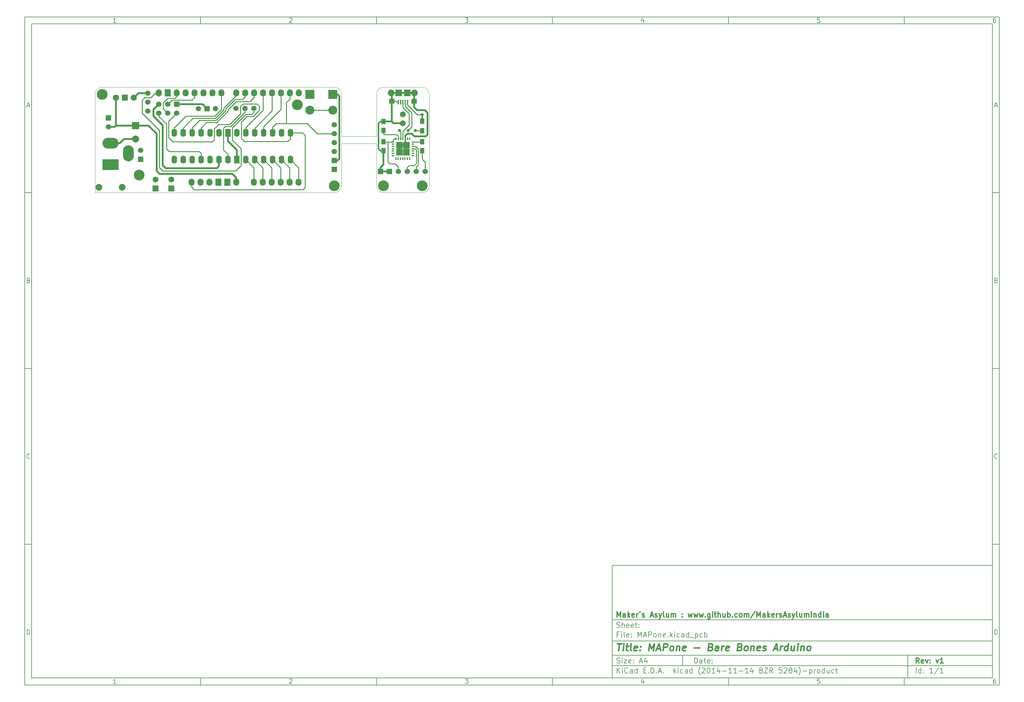
<source format=gbr>
G04 #@! TF.FileFunction,Copper,L1,Top,Signal*
%FSLAX46Y46*%
G04 Gerber Fmt 4.6, Leading zero omitted, Abs format (unit mm)*
G04 Created by KiCad (PCBNEW (2014-11-14 BZR 5284)-product) date Mon Dec  1 14:26:38 2014*
%MOMM*%
G01*
G04 APERTURE LIST*
%ADD10C,0.100000*%
%ADD11C,0.150000*%
%ADD12C,0.300000*%
%ADD13C,0.400000*%
%ADD14C,1.778000*%
%ADD15R,1.778000X1.778000*%
%ADD16R,2.540000X2.540000*%
%ADD17C,2.540000*%
%ADD18C,3.048000*%
%ADD19R,4.572000X3.048000*%
%ADD20O,4.572000X3.048000*%
%ADD21O,3.048000X4.572000*%
%ADD22C,1.524000*%
%ADD23R,1.524000X1.524000*%
%ADD24O,1.727200X2.032000*%
%ADD25R,1.727200X2.032000*%
%ADD26C,1.676400*%
%ADD27R,1.676400X1.676400*%
%ADD28O,1.574800X2.286000*%
%ADD29R,1.574800X2.286000*%
%ADD30C,1.905000*%
%ADD31C,1.501140*%
%ADD32R,1.501140X1.501140*%
%ADD33C,1.998980*%
%ADD34R,1.998980X1.998980*%
%ADD35R,1.250000X1.500000*%
%ADD36R,0.406400X1.371600*%
%ADD37R,1.600200X1.422400*%
%ADD38R,1.905000X1.905000*%
%ADD39R,1.300000X1.500000*%
%ADD40R,0.350520X0.800100*%
%ADD41R,0.800100X0.350520*%
%ADD42R,1.899920X1.899920*%
%ADD43C,0.900000*%
%ADD44C,0.500000*%
%ADD45C,0.250000*%
G04 APERTURE END LIST*
D10*
D11*
X177002200Y-166007200D02*
X177002200Y-198007200D01*
X285002200Y-198007200D01*
X285002200Y-166007200D01*
X177002200Y-166007200D01*
D10*
D11*
X10000000Y-10000000D02*
X10000000Y-200007200D01*
X287002200Y-200007200D01*
X287002200Y-10000000D01*
X10000000Y-10000000D01*
D10*
D11*
X12000000Y-12000000D02*
X12000000Y-198007200D01*
X285002200Y-198007200D01*
X285002200Y-12000000D01*
X12000000Y-12000000D01*
D10*
D11*
X60000000Y-12000000D02*
X60000000Y-10000000D01*
D10*
D11*
X110000000Y-12000000D02*
X110000000Y-10000000D01*
D10*
D11*
X160000000Y-12000000D02*
X160000000Y-10000000D01*
D10*
D11*
X210000000Y-12000000D02*
X210000000Y-10000000D01*
D10*
D11*
X260000000Y-12000000D02*
X260000000Y-10000000D01*
D10*
D11*
X35990476Y-11588095D02*
X35247619Y-11588095D01*
X35619048Y-11588095D02*
X35619048Y-10288095D01*
X35495238Y-10473810D01*
X35371429Y-10597619D01*
X35247619Y-10659524D01*
D10*
D11*
X85247619Y-10411905D02*
X85309524Y-10350000D01*
X85433333Y-10288095D01*
X85742857Y-10288095D01*
X85866667Y-10350000D01*
X85928571Y-10411905D01*
X85990476Y-10535714D01*
X85990476Y-10659524D01*
X85928571Y-10845238D01*
X85185714Y-11588095D01*
X85990476Y-11588095D01*
D10*
D11*
X135185714Y-10288095D02*
X135990476Y-10288095D01*
X135557143Y-10783333D01*
X135742857Y-10783333D01*
X135866667Y-10845238D01*
X135928571Y-10907143D01*
X135990476Y-11030952D01*
X135990476Y-11340476D01*
X135928571Y-11464286D01*
X135866667Y-11526190D01*
X135742857Y-11588095D01*
X135371429Y-11588095D01*
X135247619Y-11526190D01*
X135185714Y-11464286D01*
D10*
D11*
X185866667Y-10721429D02*
X185866667Y-11588095D01*
X185557143Y-10226190D02*
X185247619Y-11154762D01*
X186052381Y-11154762D01*
D10*
D11*
X235928571Y-10288095D02*
X235309524Y-10288095D01*
X235247619Y-10907143D01*
X235309524Y-10845238D01*
X235433333Y-10783333D01*
X235742857Y-10783333D01*
X235866667Y-10845238D01*
X235928571Y-10907143D01*
X235990476Y-11030952D01*
X235990476Y-11340476D01*
X235928571Y-11464286D01*
X235866667Y-11526190D01*
X235742857Y-11588095D01*
X235433333Y-11588095D01*
X235309524Y-11526190D01*
X235247619Y-11464286D01*
D10*
D11*
X285866667Y-10288095D02*
X285619048Y-10288095D01*
X285495238Y-10350000D01*
X285433333Y-10411905D01*
X285309524Y-10597619D01*
X285247619Y-10845238D01*
X285247619Y-11340476D01*
X285309524Y-11464286D01*
X285371429Y-11526190D01*
X285495238Y-11588095D01*
X285742857Y-11588095D01*
X285866667Y-11526190D01*
X285928571Y-11464286D01*
X285990476Y-11340476D01*
X285990476Y-11030952D01*
X285928571Y-10907143D01*
X285866667Y-10845238D01*
X285742857Y-10783333D01*
X285495238Y-10783333D01*
X285371429Y-10845238D01*
X285309524Y-10907143D01*
X285247619Y-11030952D01*
D10*
D11*
X60000000Y-198007200D02*
X60000000Y-200007200D01*
D10*
D11*
X110000000Y-198007200D02*
X110000000Y-200007200D01*
D10*
D11*
X160000000Y-198007200D02*
X160000000Y-200007200D01*
D10*
D11*
X210000000Y-198007200D02*
X210000000Y-200007200D01*
D10*
D11*
X260000000Y-198007200D02*
X260000000Y-200007200D01*
D10*
D11*
X35990476Y-199595295D02*
X35247619Y-199595295D01*
X35619048Y-199595295D02*
X35619048Y-198295295D01*
X35495238Y-198481010D01*
X35371429Y-198604819D01*
X35247619Y-198666724D01*
D10*
D11*
X85247619Y-198419105D02*
X85309524Y-198357200D01*
X85433333Y-198295295D01*
X85742857Y-198295295D01*
X85866667Y-198357200D01*
X85928571Y-198419105D01*
X85990476Y-198542914D01*
X85990476Y-198666724D01*
X85928571Y-198852438D01*
X85185714Y-199595295D01*
X85990476Y-199595295D01*
D10*
D11*
X135185714Y-198295295D02*
X135990476Y-198295295D01*
X135557143Y-198790533D01*
X135742857Y-198790533D01*
X135866667Y-198852438D01*
X135928571Y-198914343D01*
X135990476Y-199038152D01*
X135990476Y-199347676D01*
X135928571Y-199471486D01*
X135866667Y-199533390D01*
X135742857Y-199595295D01*
X135371429Y-199595295D01*
X135247619Y-199533390D01*
X135185714Y-199471486D01*
D10*
D11*
X185866667Y-198728629D02*
X185866667Y-199595295D01*
X185557143Y-198233390D02*
X185247619Y-199161962D01*
X186052381Y-199161962D01*
D10*
D11*
X235928571Y-198295295D02*
X235309524Y-198295295D01*
X235247619Y-198914343D01*
X235309524Y-198852438D01*
X235433333Y-198790533D01*
X235742857Y-198790533D01*
X235866667Y-198852438D01*
X235928571Y-198914343D01*
X235990476Y-199038152D01*
X235990476Y-199347676D01*
X235928571Y-199471486D01*
X235866667Y-199533390D01*
X235742857Y-199595295D01*
X235433333Y-199595295D01*
X235309524Y-199533390D01*
X235247619Y-199471486D01*
D10*
D11*
X285866667Y-198295295D02*
X285619048Y-198295295D01*
X285495238Y-198357200D01*
X285433333Y-198419105D01*
X285309524Y-198604819D01*
X285247619Y-198852438D01*
X285247619Y-199347676D01*
X285309524Y-199471486D01*
X285371429Y-199533390D01*
X285495238Y-199595295D01*
X285742857Y-199595295D01*
X285866667Y-199533390D01*
X285928571Y-199471486D01*
X285990476Y-199347676D01*
X285990476Y-199038152D01*
X285928571Y-198914343D01*
X285866667Y-198852438D01*
X285742857Y-198790533D01*
X285495238Y-198790533D01*
X285371429Y-198852438D01*
X285309524Y-198914343D01*
X285247619Y-199038152D01*
D10*
D11*
X10000000Y-60000000D02*
X12000000Y-60000000D01*
D10*
D11*
X10000000Y-110000000D02*
X12000000Y-110000000D01*
D10*
D11*
X10000000Y-160000000D02*
X12000000Y-160000000D01*
D10*
D11*
X10690476Y-35216667D02*
X11309524Y-35216667D01*
X10566667Y-35588095D02*
X11000000Y-34288095D01*
X11433333Y-35588095D01*
D10*
D11*
X11092857Y-84907143D02*
X11278571Y-84969048D01*
X11340476Y-85030952D01*
X11402381Y-85154762D01*
X11402381Y-85340476D01*
X11340476Y-85464286D01*
X11278571Y-85526190D01*
X11154762Y-85588095D01*
X10659524Y-85588095D01*
X10659524Y-84288095D01*
X11092857Y-84288095D01*
X11216667Y-84350000D01*
X11278571Y-84411905D01*
X11340476Y-84535714D01*
X11340476Y-84659524D01*
X11278571Y-84783333D01*
X11216667Y-84845238D01*
X11092857Y-84907143D01*
X10659524Y-84907143D01*
D10*
D11*
X11402381Y-135464286D02*
X11340476Y-135526190D01*
X11154762Y-135588095D01*
X11030952Y-135588095D01*
X10845238Y-135526190D01*
X10721429Y-135402381D01*
X10659524Y-135278571D01*
X10597619Y-135030952D01*
X10597619Y-134845238D01*
X10659524Y-134597619D01*
X10721429Y-134473810D01*
X10845238Y-134350000D01*
X11030952Y-134288095D01*
X11154762Y-134288095D01*
X11340476Y-134350000D01*
X11402381Y-134411905D01*
D10*
D11*
X10659524Y-185588095D02*
X10659524Y-184288095D01*
X10969048Y-184288095D01*
X11154762Y-184350000D01*
X11278571Y-184473810D01*
X11340476Y-184597619D01*
X11402381Y-184845238D01*
X11402381Y-185030952D01*
X11340476Y-185278571D01*
X11278571Y-185402381D01*
X11154762Y-185526190D01*
X10969048Y-185588095D01*
X10659524Y-185588095D01*
D10*
D11*
X287002200Y-60000000D02*
X285002200Y-60000000D01*
D10*
D11*
X287002200Y-110000000D02*
X285002200Y-110000000D01*
D10*
D11*
X287002200Y-160000000D02*
X285002200Y-160000000D01*
D10*
D11*
X285692676Y-35216667D02*
X286311724Y-35216667D01*
X285568867Y-35588095D02*
X286002200Y-34288095D01*
X286435533Y-35588095D01*
D10*
D11*
X286095057Y-84907143D02*
X286280771Y-84969048D01*
X286342676Y-85030952D01*
X286404581Y-85154762D01*
X286404581Y-85340476D01*
X286342676Y-85464286D01*
X286280771Y-85526190D01*
X286156962Y-85588095D01*
X285661724Y-85588095D01*
X285661724Y-84288095D01*
X286095057Y-84288095D01*
X286218867Y-84350000D01*
X286280771Y-84411905D01*
X286342676Y-84535714D01*
X286342676Y-84659524D01*
X286280771Y-84783333D01*
X286218867Y-84845238D01*
X286095057Y-84907143D01*
X285661724Y-84907143D01*
D10*
D11*
X286404581Y-135464286D02*
X286342676Y-135526190D01*
X286156962Y-135588095D01*
X286033152Y-135588095D01*
X285847438Y-135526190D01*
X285723629Y-135402381D01*
X285661724Y-135278571D01*
X285599819Y-135030952D01*
X285599819Y-134845238D01*
X285661724Y-134597619D01*
X285723629Y-134473810D01*
X285847438Y-134350000D01*
X286033152Y-134288095D01*
X286156962Y-134288095D01*
X286342676Y-134350000D01*
X286404581Y-134411905D01*
D10*
D11*
X285661724Y-185588095D02*
X285661724Y-184288095D01*
X285971248Y-184288095D01*
X286156962Y-184350000D01*
X286280771Y-184473810D01*
X286342676Y-184597619D01*
X286404581Y-184845238D01*
X286404581Y-185030952D01*
X286342676Y-185278571D01*
X286280771Y-185402381D01*
X286156962Y-185526190D01*
X285971248Y-185588095D01*
X285661724Y-185588095D01*
D10*
D11*
X200359343Y-193785771D02*
X200359343Y-192285771D01*
X200716486Y-192285771D01*
X200930771Y-192357200D01*
X201073629Y-192500057D01*
X201145057Y-192642914D01*
X201216486Y-192928629D01*
X201216486Y-193142914D01*
X201145057Y-193428629D01*
X201073629Y-193571486D01*
X200930771Y-193714343D01*
X200716486Y-193785771D01*
X200359343Y-193785771D01*
X202502200Y-193785771D02*
X202502200Y-193000057D01*
X202430771Y-192857200D01*
X202287914Y-192785771D01*
X202002200Y-192785771D01*
X201859343Y-192857200D01*
X202502200Y-193714343D02*
X202359343Y-193785771D01*
X202002200Y-193785771D01*
X201859343Y-193714343D01*
X201787914Y-193571486D01*
X201787914Y-193428629D01*
X201859343Y-193285771D01*
X202002200Y-193214343D01*
X202359343Y-193214343D01*
X202502200Y-193142914D01*
X203002200Y-192785771D02*
X203573629Y-192785771D01*
X203216486Y-192285771D02*
X203216486Y-193571486D01*
X203287914Y-193714343D01*
X203430772Y-193785771D01*
X203573629Y-193785771D01*
X204645057Y-193714343D02*
X204502200Y-193785771D01*
X204216486Y-193785771D01*
X204073629Y-193714343D01*
X204002200Y-193571486D01*
X204002200Y-193000057D01*
X204073629Y-192857200D01*
X204216486Y-192785771D01*
X204502200Y-192785771D01*
X204645057Y-192857200D01*
X204716486Y-193000057D01*
X204716486Y-193142914D01*
X204002200Y-193285771D01*
X205359343Y-193642914D02*
X205430771Y-193714343D01*
X205359343Y-193785771D01*
X205287914Y-193714343D01*
X205359343Y-193642914D01*
X205359343Y-193785771D01*
X205359343Y-192857200D02*
X205430771Y-192928629D01*
X205359343Y-193000057D01*
X205287914Y-192928629D01*
X205359343Y-192857200D01*
X205359343Y-193000057D01*
D10*
D11*
X177002200Y-194507200D02*
X285002200Y-194507200D01*
D10*
D11*
X178359343Y-196585771D02*
X178359343Y-195085771D01*
X179216486Y-196585771D02*
X178573629Y-195728629D01*
X179216486Y-195085771D02*
X178359343Y-195942914D01*
X179859343Y-196585771D02*
X179859343Y-195585771D01*
X179859343Y-195085771D02*
X179787914Y-195157200D01*
X179859343Y-195228629D01*
X179930771Y-195157200D01*
X179859343Y-195085771D01*
X179859343Y-195228629D01*
X181430772Y-196442914D02*
X181359343Y-196514343D01*
X181145057Y-196585771D01*
X181002200Y-196585771D01*
X180787915Y-196514343D01*
X180645057Y-196371486D01*
X180573629Y-196228629D01*
X180502200Y-195942914D01*
X180502200Y-195728629D01*
X180573629Y-195442914D01*
X180645057Y-195300057D01*
X180787915Y-195157200D01*
X181002200Y-195085771D01*
X181145057Y-195085771D01*
X181359343Y-195157200D01*
X181430772Y-195228629D01*
X182716486Y-196585771D02*
X182716486Y-195800057D01*
X182645057Y-195657200D01*
X182502200Y-195585771D01*
X182216486Y-195585771D01*
X182073629Y-195657200D01*
X182716486Y-196514343D02*
X182573629Y-196585771D01*
X182216486Y-196585771D01*
X182073629Y-196514343D01*
X182002200Y-196371486D01*
X182002200Y-196228629D01*
X182073629Y-196085771D01*
X182216486Y-196014343D01*
X182573629Y-196014343D01*
X182716486Y-195942914D01*
X184073629Y-196585771D02*
X184073629Y-195085771D01*
X184073629Y-196514343D02*
X183930772Y-196585771D01*
X183645058Y-196585771D01*
X183502200Y-196514343D01*
X183430772Y-196442914D01*
X183359343Y-196300057D01*
X183359343Y-195871486D01*
X183430772Y-195728629D01*
X183502200Y-195657200D01*
X183645058Y-195585771D01*
X183930772Y-195585771D01*
X184073629Y-195657200D01*
X185930772Y-195800057D02*
X186430772Y-195800057D01*
X186645058Y-196585771D02*
X185930772Y-196585771D01*
X185930772Y-195085771D01*
X186645058Y-195085771D01*
X187287915Y-196442914D02*
X187359343Y-196514343D01*
X187287915Y-196585771D01*
X187216486Y-196514343D01*
X187287915Y-196442914D01*
X187287915Y-196585771D01*
X188002201Y-196585771D02*
X188002201Y-195085771D01*
X188359344Y-195085771D01*
X188573629Y-195157200D01*
X188716487Y-195300057D01*
X188787915Y-195442914D01*
X188859344Y-195728629D01*
X188859344Y-195942914D01*
X188787915Y-196228629D01*
X188716487Y-196371486D01*
X188573629Y-196514343D01*
X188359344Y-196585771D01*
X188002201Y-196585771D01*
X189502201Y-196442914D02*
X189573629Y-196514343D01*
X189502201Y-196585771D01*
X189430772Y-196514343D01*
X189502201Y-196442914D01*
X189502201Y-196585771D01*
X190145058Y-196157200D02*
X190859344Y-196157200D01*
X190002201Y-196585771D02*
X190502201Y-195085771D01*
X191002201Y-196585771D01*
X191502201Y-196442914D02*
X191573629Y-196514343D01*
X191502201Y-196585771D01*
X191430772Y-196514343D01*
X191502201Y-196442914D01*
X191502201Y-196585771D01*
X194502201Y-196585771D02*
X194502201Y-195085771D01*
X194645058Y-196014343D02*
X195073629Y-196585771D01*
X195073629Y-195585771D02*
X194502201Y-196157200D01*
X195716487Y-196585771D02*
X195716487Y-195585771D01*
X195716487Y-195085771D02*
X195645058Y-195157200D01*
X195716487Y-195228629D01*
X195787915Y-195157200D01*
X195716487Y-195085771D01*
X195716487Y-195228629D01*
X197073630Y-196514343D02*
X196930773Y-196585771D01*
X196645059Y-196585771D01*
X196502201Y-196514343D01*
X196430773Y-196442914D01*
X196359344Y-196300057D01*
X196359344Y-195871486D01*
X196430773Y-195728629D01*
X196502201Y-195657200D01*
X196645059Y-195585771D01*
X196930773Y-195585771D01*
X197073630Y-195657200D01*
X198359344Y-196585771D02*
X198359344Y-195800057D01*
X198287915Y-195657200D01*
X198145058Y-195585771D01*
X197859344Y-195585771D01*
X197716487Y-195657200D01*
X198359344Y-196514343D02*
X198216487Y-196585771D01*
X197859344Y-196585771D01*
X197716487Y-196514343D01*
X197645058Y-196371486D01*
X197645058Y-196228629D01*
X197716487Y-196085771D01*
X197859344Y-196014343D01*
X198216487Y-196014343D01*
X198359344Y-195942914D01*
X199716487Y-196585771D02*
X199716487Y-195085771D01*
X199716487Y-196514343D02*
X199573630Y-196585771D01*
X199287916Y-196585771D01*
X199145058Y-196514343D01*
X199073630Y-196442914D01*
X199002201Y-196300057D01*
X199002201Y-195871486D01*
X199073630Y-195728629D01*
X199145058Y-195657200D01*
X199287916Y-195585771D01*
X199573630Y-195585771D01*
X199716487Y-195657200D01*
X202002201Y-197157200D02*
X201930773Y-197085771D01*
X201787916Y-196871486D01*
X201716487Y-196728629D01*
X201645058Y-196514343D01*
X201573630Y-196157200D01*
X201573630Y-195871486D01*
X201645058Y-195514343D01*
X201716487Y-195300057D01*
X201787916Y-195157200D01*
X201930773Y-194942914D01*
X202002201Y-194871486D01*
X202502201Y-195228629D02*
X202573630Y-195157200D01*
X202716487Y-195085771D01*
X203073630Y-195085771D01*
X203216487Y-195157200D01*
X203287916Y-195228629D01*
X203359344Y-195371486D01*
X203359344Y-195514343D01*
X203287916Y-195728629D01*
X202430773Y-196585771D01*
X203359344Y-196585771D01*
X204287915Y-195085771D02*
X204430772Y-195085771D01*
X204573629Y-195157200D01*
X204645058Y-195228629D01*
X204716487Y-195371486D01*
X204787915Y-195657200D01*
X204787915Y-196014343D01*
X204716487Y-196300057D01*
X204645058Y-196442914D01*
X204573629Y-196514343D01*
X204430772Y-196585771D01*
X204287915Y-196585771D01*
X204145058Y-196514343D01*
X204073629Y-196442914D01*
X204002201Y-196300057D01*
X203930772Y-196014343D01*
X203930772Y-195657200D01*
X204002201Y-195371486D01*
X204073629Y-195228629D01*
X204145058Y-195157200D01*
X204287915Y-195085771D01*
X206216486Y-196585771D02*
X205359343Y-196585771D01*
X205787915Y-196585771D02*
X205787915Y-195085771D01*
X205645058Y-195300057D01*
X205502200Y-195442914D01*
X205359343Y-195514343D01*
X207502200Y-195585771D02*
X207502200Y-196585771D01*
X207145057Y-195014343D02*
X206787914Y-196085771D01*
X207716486Y-196085771D01*
X208287914Y-196014343D02*
X209430771Y-196014343D01*
X210930771Y-196585771D02*
X210073628Y-196585771D01*
X210502200Y-196585771D02*
X210502200Y-195085771D01*
X210359343Y-195300057D01*
X210216485Y-195442914D01*
X210073628Y-195514343D01*
X212359342Y-196585771D02*
X211502199Y-196585771D01*
X211930771Y-196585771D02*
X211930771Y-195085771D01*
X211787914Y-195300057D01*
X211645056Y-195442914D01*
X211502199Y-195514343D01*
X213002199Y-196014343D02*
X214145056Y-196014343D01*
X215645056Y-196585771D02*
X214787913Y-196585771D01*
X215216485Y-196585771D02*
X215216485Y-195085771D01*
X215073628Y-195300057D01*
X214930770Y-195442914D01*
X214787913Y-195514343D01*
X216930770Y-195585771D02*
X216930770Y-196585771D01*
X216573627Y-195014343D02*
X216216484Y-196085771D01*
X217145056Y-196085771D01*
X219359341Y-195800057D02*
X219573627Y-195871486D01*
X219645055Y-195942914D01*
X219716484Y-196085771D01*
X219716484Y-196300057D01*
X219645055Y-196442914D01*
X219573627Y-196514343D01*
X219430769Y-196585771D01*
X218859341Y-196585771D01*
X218859341Y-195085771D01*
X219359341Y-195085771D01*
X219502198Y-195157200D01*
X219573627Y-195228629D01*
X219645055Y-195371486D01*
X219645055Y-195514343D01*
X219573627Y-195657200D01*
X219502198Y-195728629D01*
X219359341Y-195800057D01*
X218859341Y-195800057D01*
X220216484Y-195085771D02*
X221216484Y-195085771D01*
X220216484Y-196585771D01*
X221216484Y-196585771D01*
X222645055Y-196585771D02*
X222145055Y-195871486D01*
X221787912Y-196585771D02*
X221787912Y-195085771D01*
X222359340Y-195085771D01*
X222502198Y-195157200D01*
X222573626Y-195228629D01*
X222645055Y-195371486D01*
X222645055Y-195585771D01*
X222573626Y-195728629D01*
X222502198Y-195800057D01*
X222359340Y-195871486D01*
X221787912Y-195871486D01*
X225145055Y-195085771D02*
X224430769Y-195085771D01*
X224359340Y-195800057D01*
X224430769Y-195728629D01*
X224573626Y-195657200D01*
X224930769Y-195657200D01*
X225073626Y-195728629D01*
X225145055Y-195800057D01*
X225216483Y-195942914D01*
X225216483Y-196300057D01*
X225145055Y-196442914D01*
X225073626Y-196514343D01*
X224930769Y-196585771D01*
X224573626Y-196585771D01*
X224430769Y-196514343D01*
X224359340Y-196442914D01*
X225787911Y-195228629D02*
X225859340Y-195157200D01*
X226002197Y-195085771D01*
X226359340Y-195085771D01*
X226502197Y-195157200D01*
X226573626Y-195228629D01*
X226645054Y-195371486D01*
X226645054Y-195514343D01*
X226573626Y-195728629D01*
X225716483Y-196585771D01*
X226645054Y-196585771D01*
X227502197Y-195728629D02*
X227359339Y-195657200D01*
X227287911Y-195585771D01*
X227216482Y-195442914D01*
X227216482Y-195371486D01*
X227287911Y-195228629D01*
X227359339Y-195157200D01*
X227502197Y-195085771D01*
X227787911Y-195085771D01*
X227930768Y-195157200D01*
X228002197Y-195228629D01*
X228073625Y-195371486D01*
X228073625Y-195442914D01*
X228002197Y-195585771D01*
X227930768Y-195657200D01*
X227787911Y-195728629D01*
X227502197Y-195728629D01*
X227359339Y-195800057D01*
X227287911Y-195871486D01*
X227216482Y-196014343D01*
X227216482Y-196300057D01*
X227287911Y-196442914D01*
X227359339Y-196514343D01*
X227502197Y-196585771D01*
X227787911Y-196585771D01*
X227930768Y-196514343D01*
X228002197Y-196442914D01*
X228073625Y-196300057D01*
X228073625Y-196014343D01*
X228002197Y-195871486D01*
X227930768Y-195800057D01*
X227787911Y-195728629D01*
X229359339Y-195585771D02*
X229359339Y-196585771D01*
X229002196Y-195014343D02*
X228645053Y-196085771D01*
X229573625Y-196085771D01*
X230002196Y-197157200D02*
X230073624Y-197085771D01*
X230216481Y-196871486D01*
X230287910Y-196728629D01*
X230359339Y-196514343D01*
X230430767Y-196157200D01*
X230430767Y-195871486D01*
X230359339Y-195514343D01*
X230287910Y-195300057D01*
X230216481Y-195157200D01*
X230073624Y-194942914D01*
X230002196Y-194871486D01*
X231145053Y-196014343D02*
X232287910Y-196014343D01*
X233002196Y-195585771D02*
X233002196Y-197085771D01*
X233002196Y-195657200D02*
X233145053Y-195585771D01*
X233430767Y-195585771D01*
X233573624Y-195657200D01*
X233645053Y-195728629D01*
X233716482Y-195871486D01*
X233716482Y-196300057D01*
X233645053Y-196442914D01*
X233573624Y-196514343D01*
X233430767Y-196585771D01*
X233145053Y-196585771D01*
X233002196Y-196514343D01*
X234359339Y-196585771D02*
X234359339Y-195585771D01*
X234359339Y-195871486D02*
X234430767Y-195728629D01*
X234502196Y-195657200D01*
X234645053Y-195585771D01*
X234787910Y-195585771D01*
X235502196Y-196585771D02*
X235359338Y-196514343D01*
X235287910Y-196442914D01*
X235216481Y-196300057D01*
X235216481Y-195871486D01*
X235287910Y-195728629D01*
X235359338Y-195657200D01*
X235502196Y-195585771D01*
X235716481Y-195585771D01*
X235859338Y-195657200D01*
X235930767Y-195728629D01*
X236002196Y-195871486D01*
X236002196Y-196300057D01*
X235930767Y-196442914D01*
X235859338Y-196514343D01*
X235716481Y-196585771D01*
X235502196Y-196585771D01*
X237287910Y-196585771D02*
X237287910Y-195085771D01*
X237287910Y-196514343D02*
X237145053Y-196585771D01*
X236859339Y-196585771D01*
X236716481Y-196514343D01*
X236645053Y-196442914D01*
X236573624Y-196300057D01*
X236573624Y-195871486D01*
X236645053Y-195728629D01*
X236716481Y-195657200D01*
X236859339Y-195585771D01*
X237145053Y-195585771D01*
X237287910Y-195657200D01*
X238645053Y-195585771D02*
X238645053Y-196585771D01*
X238002196Y-195585771D02*
X238002196Y-196371486D01*
X238073624Y-196514343D01*
X238216482Y-196585771D01*
X238430767Y-196585771D01*
X238573624Y-196514343D01*
X238645053Y-196442914D01*
X240002196Y-196514343D02*
X239859339Y-196585771D01*
X239573625Y-196585771D01*
X239430767Y-196514343D01*
X239359339Y-196442914D01*
X239287910Y-196300057D01*
X239287910Y-195871486D01*
X239359339Y-195728629D01*
X239430767Y-195657200D01*
X239573625Y-195585771D01*
X239859339Y-195585771D01*
X240002196Y-195657200D01*
X240430767Y-195585771D02*
X241002196Y-195585771D01*
X240645053Y-195085771D02*
X240645053Y-196371486D01*
X240716481Y-196514343D01*
X240859339Y-196585771D01*
X241002196Y-196585771D01*
D10*
D11*
X177002200Y-191507200D02*
X285002200Y-191507200D01*
D10*
D12*
X264216486Y-193785771D02*
X263716486Y-193071486D01*
X263359343Y-193785771D02*
X263359343Y-192285771D01*
X263930771Y-192285771D01*
X264073629Y-192357200D01*
X264145057Y-192428629D01*
X264216486Y-192571486D01*
X264216486Y-192785771D01*
X264145057Y-192928629D01*
X264073629Y-193000057D01*
X263930771Y-193071486D01*
X263359343Y-193071486D01*
X265430771Y-193714343D02*
X265287914Y-193785771D01*
X265002200Y-193785771D01*
X264859343Y-193714343D01*
X264787914Y-193571486D01*
X264787914Y-193000057D01*
X264859343Y-192857200D01*
X265002200Y-192785771D01*
X265287914Y-192785771D01*
X265430771Y-192857200D01*
X265502200Y-193000057D01*
X265502200Y-193142914D01*
X264787914Y-193285771D01*
X266002200Y-192785771D02*
X266359343Y-193785771D01*
X266716485Y-192785771D01*
X267287914Y-193642914D02*
X267359342Y-193714343D01*
X267287914Y-193785771D01*
X267216485Y-193714343D01*
X267287914Y-193642914D01*
X267287914Y-193785771D01*
X267287914Y-192857200D02*
X267359342Y-192928629D01*
X267287914Y-193000057D01*
X267216485Y-192928629D01*
X267287914Y-192857200D01*
X267287914Y-193000057D01*
X269002200Y-192785771D02*
X269359343Y-193785771D01*
X269716485Y-192785771D01*
X271073628Y-193785771D02*
X270216485Y-193785771D01*
X270645057Y-193785771D02*
X270645057Y-192285771D01*
X270502200Y-192500057D01*
X270359342Y-192642914D01*
X270216485Y-192714343D01*
D10*
D11*
X178287914Y-193714343D02*
X178502200Y-193785771D01*
X178859343Y-193785771D01*
X179002200Y-193714343D01*
X179073629Y-193642914D01*
X179145057Y-193500057D01*
X179145057Y-193357200D01*
X179073629Y-193214343D01*
X179002200Y-193142914D01*
X178859343Y-193071486D01*
X178573629Y-193000057D01*
X178430771Y-192928629D01*
X178359343Y-192857200D01*
X178287914Y-192714343D01*
X178287914Y-192571486D01*
X178359343Y-192428629D01*
X178430771Y-192357200D01*
X178573629Y-192285771D01*
X178930771Y-192285771D01*
X179145057Y-192357200D01*
X179787914Y-193785771D02*
X179787914Y-192785771D01*
X179787914Y-192285771D02*
X179716485Y-192357200D01*
X179787914Y-192428629D01*
X179859342Y-192357200D01*
X179787914Y-192285771D01*
X179787914Y-192428629D01*
X180359343Y-192785771D02*
X181145057Y-192785771D01*
X180359343Y-193785771D01*
X181145057Y-193785771D01*
X182287914Y-193714343D02*
X182145057Y-193785771D01*
X181859343Y-193785771D01*
X181716486Y-193714343D01*
X181645057Y-193571486D01*
X181645057Y-193000057D01*
X181716486Y-192857200D01*
X181859343Y-192785771D01*
X182145057Y-192785771D01*
X182287914Y-192857200D01*
X182359343Y-193000057D01*
X182359343Y-193142914D01*
X181645057Y-193285771D01*
X183002200Y-193642914D02*
X183073628Y-193714343D01*
X183002200Y-193785771D01*
X182930771Y-193714343D01*
X183002200Y-193642914D01*
X183002200Y-193785771D01*
X183002200Y-192857200D02*
X183073628Y-192928629D01*
X183002200Y-193000057D01*
X182930771Y-192928629D01*
X183002200Y-192857200D01*
X183002200Y-193000057D01*
X184787914Y-193357200D02*
X185502200Y-193357200D01*
X184645057Y-193785771D02*
X185145057Y-192285771D01*
X185645057Y-193785771D01*
X186787914Y-192785771D02*
X186787914Y-193785771D01*
X186430771Y-192214343D02*
X186073628Y-193285771D01*
X187002200Y-193285771D01*
D10*
D11*
X263359343Y-196585771D02*
X263359343Y-195085771D01*
X264716486Y-196585771D02*
X264716486Y-195085771D01*
X264716486Y-196514343D02*
X264573629Y-196585771D01*
X264287915Y-196585771D01*
X264145057Y-196514343D01*
X264073629Y-196442914D01*
X264002200Y-196300057D01*
X264002200Y-195871486D01*
X264073629Y-195728629D01*
X264145057Y-195657200D01*
X264287915Y-195585771D01*
X264573629Y-195585771D01*
X264716486Y-195657200D01*
X265430772Y-196442914D02*
X265502200Y-196514343D01*
X265430772Y-196585771D01*
X265359343Y-196514343D01*
X265430772Y-196442914D01*
X265430772Y-196585771D01*
X265430772Y-195657200D02*
X265502200Y-195728629D01*
X265430772Y-195800057D01*
X265359343Y-195728629D01*
X265430772Y-195657200D01*
X265430772Y-195800057D01*
X268073629Y-196585771D02*
X267216486Y-196585771D01*
X267645058Y-196585771D02*
X267645058Y-195085771D01*
X267502201Y-195300057D01*
X267359343Y-195442914D01*
X267216486Y-195514343D01*
X269787914Y-195014343D02*
X268502200Y-196942914D01*
X271073629Y-196585771D02*
X270216486Y-196585771D01*
X270645058Y-196585771D02*
X270645058Y-195085771D01*
X270502201Y-195300057D01*
X270359343Y-195442914D01*
X270216486Y-195514343D01*
D10*
D11*
X177002200Y-187507200D02*
X285002200Y-187507200D01*
D10*
D13*
X178454581Y-188211962D02*
X179597438Y-188211962D01*
X178776010Y-190211962D02*
X179026010Y-188211962D01*
X180014105Y-190211962D02*
X180180771Y-188878629D01*
X180264105Y-188211962D02*
X180156962Y-188307200D01*
X180240295Y-188402438D01*
X180347439Y-188307200D01*
X180264105Y-188211962D01*
X180240295Y-188402438D01*
X180847438Y-188878629D02*
X181609343Y-188878629D01*
X181216486Y-188211962D02*
X181002200Y-189926248D01*
X181073630Y-190116724D01*
X181252201Y-190211962D01*
X181442677Y-190211962D01*
X182395058Y-190211962D02*
X182216487Y-190116724D01*
X182145057Y-189926248D01*
X182359343Y-188211962D01*
X183930772Y-190116724D02*
X183728391Y-190211962D01*
X183347439Y-190211962D01*
X183168867Y-190116724D01*
X183097438Y-189926248D01*
X183192676Y-189164343D01*
X183311724Y-188973867D01*
X183514105Y-188878629D01*
X183895057Y-188878629D01*
X184073629Y-188973867D01*
X184145057Y-189164343D01*
X184121248Y-189354819D01*
X183145057Y-189545295D01*
X184895057Y-190021486D02*
X184978392Y-190116724D01*
X184871248Y-190211962D01*
X184787915Y-190116724D01*
X184895057Y-190021486D01*
X184871248Y-190211962D01*
X185026010Y-188973867D02*
X185109344Y-189069105D01*
X185002200Y-189164343D01*
X184918867Y-189069105D01*
X185026010Y-188973867D01*
X185002200Y-189164343D01*
X187347439Y-190211962D02*
X187597439Y-188211962D01*
X188085534Y-189640533D01*
X188930773Y-188211962D01*
X188680773Y-190211962D01*
X189609343Y-189640533D02*
X190561724Y-189640533D01*
X189347439Y-190211962D02*
X190264106Y-188211962D01*
X190680773Y-190211962D01*
X191347439Y-190211962D02*
X191597439Y-188211962D01*
X192359344Y-188211962D01*
X192537915Y-188307200D01*
X192621249Y-188402438D01*
X192692678Y-188592914D01*
X192656963Y-188878629D01*
X192537916Y-189069105D01*
X192430772Y-189164343D01*
X192228391Y-189259581D01*
X191466486Y-189259581D01*
X193633154Y-190211962D02*
X193454583Y-190116724D01*
X193371248Y-190021486D01*
X193299820Y-189831010D01*
X193371248Y-189259581D01*
X193490296Y-189069105D01*
X193597440Y-188973867D01*
X193799820Y-188878629D01*
X194085534Y-188878629D01*
X194264106Y-188973867D01*
X194347439Y-189069105D01*
X194418867Y-189259581D01*
X194347439Y-189831010D01*
X194228391Y-190021486D01*
X194121249Y-190116724D01*
X193918868Y-190211962D01*
X193633154Y-190211962D01*
X195323629Y-188878629D02*
X195156963Y-190211962D01*
X195299820Y-189069105D02*
X195406964Y-188973867D01*
X195609344Y-188878629D01*
X195895058Y-188878629D01*
X196073630Y-188973867D01*
X196145058Y-189164343D01*
X196014106Y-190211962D01*
X197740297Y-190116724D02*
X197537916Y-190211962D01*
X197156964Y-190211962D01*
X196978392Y-190116724D01*
X196906963Y-189926248D01*
X197002201Y-189164343D01*
X197121249Y-188973867D01*
X197323630Y-188878629D01*
X197704582Y-188878629D01*
X197883154Y-188973867D01*
X197954582Y-189164343D01*
X197930773Y-189354819D01*
X196954582Y-189545295D01*
X200299821Y-189450057D02*
X201823631Y-189450057D01*
X205002202Y-189164343D02*
X205276011Y-189259581D01*
X205359346Y-189354819D01*
X205430774Y-189545295D01*
X205395060Y-189831010D01*
X205276012Y-190021486D01*
X205168869Y-190116724D01*
X204966488Y-190211962D01*
X204204583Y-190211962D01*
X204454583Y-188211962D01*
X205121250Y-188211962D01*
X205299821Y-188307200D01*
X205383154Y-188402438D01*
X205454584Y-188592914D01*
X205430774Y-188783390D01*
X205311726Y-188973867D01*
X205204583Y-189069105D01*
X205002202Y-189164343D01*
X204335535Y-189164343D01*
X207061726Y-190211962D02*
X207192678Y-189164343D01*
X207121250Y-188973867D01*
X206942678Y-188878629D01*
X206561726Y-188878629D01*
X206359345Y-188973867D01*
X207073631Y-190116724D02*
X206871250Y-190211962D01*
X206395060Y-190211962D01*
X206216488Y-190116724D01*
X206145059Y-189926248D01*
X206168869Y-189735771D01*
X206287916Y-189545295D01*
X206490298Y-189450057D01*
X206966488Y-189450057D01*
X207168869Y-189354819D01*
X208014107Y-190211962D02*
X208180773Y-188878629D01*
X208133154Y-189259581D02*
X208252203Y-189069105D01*
X208359346Y-188973867D01*
X208561726Y-188878629D01*
X208752202Y-188878629D01*
X210026012Y-190116724D02*
X209823631Y-190211962D01*
X209442679Y-190211962D01*
X209264107Y-190116724D01*
X209192678Y-189926248D01*
X209287916Y-189164343D01*
X209406964Y-188973867D01*
X209609345Y-188878629D01*
X209990297Y-188878629D01*
X210168869Y-188973867D01*
X210240297Y-189164343D01*
X210216488Y-189354819D01*
X209240297Y-189545295D01*
X213287917Y-189164343D02*
X213561726Y-189259581D01*
X213645061Y-189354819D01*
X213716489Y-189545295D01*
X213680775Y-189831010D01*
X213561727Y-190021486D01*
X213454584Y-190116724D01*
X213252203Y-190211962D01*
X212490298Y-190211962D01*
X212740298Y-188211962D01*
X213406965Y-188211962D01*
X213585536Y-188307200D01*
X213668869Y-188402438D01*
X213740299Y-188592914D01*
X213716489Y-188783390D01*
X213597441Y-188973867D01*
X213490298Y-189069105D01*
X213287917Y-189164343D01*
X212621250Y-189164343D01*
X214776013Y-190211962D02*
X214597442Y-190116724D01*
X214514107Y-190021486D01*
X214442679Y-189831010D01*
X214514107Y-189259581D01*
X214633155Y-189069105D01*
X214740299Y-188973867D01*
X214942679Y-188878629D01*
X215228393Y-188878629D01*
X215406965Y-188973867D01*
X215490298Y-189069105D01*
X215561726Y-189259581D01*
X215490298Y-189831010D01*
X215371250Y-190021486D01*
X215264108Y-190116724D01*
X215061727Y-190211962D01*
X214776013Y-190211962D01*
X216466488Y-188878629D02*
X216299822Y-190211962D01*
X216442679Y-189069105D02*
X216549823Y-188973867D01*
X216752203Y-188878629D01*
X217037917Y-188878629D01*
X217216489Y-188973867D01*
X217287917Y-189164343D01*
X217156965Y-190211962D01*
X218883156Y-190116724D02*
X218680775Y-190211962D01*
X218299823Y-190211962D01*
X218121251Y-190116724D01*
X218049822Y-189926248D01*
X218145060Y-189164343D01*
X218264108Y-188973867D01*
X218466489Y-188878629D01*
X218847441Y-188878629D01*
X219026013Y-188973867D01*
X219097441Y-189164343D01*
X219073632Y-189354819D01*
X218097441Y-189545295D01*
X219740299Y-190116724D02*
X219918871Y-190211962D01*
X220299823Y-190211962D01*
X220502204Y-190116724D01*
X220621251Y-189926248D01*
X220633156Y-189831010D01*
X220561727Y-189640533D01*
X220383156Y-189545295D01*
X220097442Y-189545295D01*
X219918870Y-189450057D01*
X219847441Y-189259581D01*
X219859346Y-189164343D01*
X219978394Y-188973867D01*
X220180775Y-188878629D01*
X220466489Y-188878629D01*
X220645061Y-188973867D01*
X222942680Y-189640533D02*
X223895061Y-189640533D01*
X222680776Y-190211962D02*
X223597443Y-188211962D01*
X224014110Y-190211962D01*
X224680776Y-190211962D02*
X224847442Y-188878629D01*
X224799823Y-189259581D02*
X224918872Y-189069105D01*
X225026015Y-188973867D01*
X225228395Y-188878629D01*
X225418871Y-188878629D01*
X226776014Y-190211962D02*
X227026014Y-188211962D01*
X226787919Y-190116724D02*
X226585538Y-190211962D01*
X226204586Y-190211962D01*
X226026015Y-190116724D01*
X225942680Y-190021486D01*
X225871252Y-189831010D01*
X225942680Y-189259581D01*
X226061728Y-189069105D01*
X226168872Y-188973867D01*
X226371252Y-188878629D01*
X226752204Y-188878629D01*
X226930776Y-188973867D01*
X228752204Y-188878629D02*
X228585538Y-190211962D01*
X227895061Y-188878629D02*
X227764109Y-189926248D01*
X227835539Y-190116724D01*
X228014110Y-190211962D01*
X228299824Y-190211962D01*
X228502205Y-190116724D01*
X228609347Y-190021486D01*
X229537919Y-190211962D02*
X229704585Y-188878629D01*
X229787919Y-188211962D02*
X229680776Y-188307200D01*
X229764109Y-188402438D01*
X229871253Y-188307200D01*
X229787919Y-188211962D01*
X229764109Y-188402438D01*
X230656966Y-188878629D02*
X230490300Y-190211962D01*
X230633157Y-189069105D02*
X230740301Y-188973867D01*
X230942681Y-188878629D01*
X231228395Y-188878629D01*
X231406967Y-188973867D01*
X231478395Y-189164343D01*
X231347443Y-190211962D01*
X232585539Y-190211962D02*
X232406968Y-190116724D01*
X232323633Y-190021486D01*
X232252205Y-189831010D01*
X232323633Y-189259581D01*
X232442681Y-189069105D01*
X232549825Y-188973867D01*
X232752205Y-188878629D01*
X233037919Y-188878629D01*
X233216491Y-188973867D01*
X233299824Y-189069105D01*
X233371252Y-189259581D01*
X233299824Y-189831010D01*
X233180776Y-190021486D01*
X233073634Y-190116724D01*
X232871253Y-190211962D01*
X232585539Y-190211962D01*
D10*
D11*
X178859343Y-185600057D02*
X178359343Y-185600057D01*
X178359343Y-186385771D02*
X178359343Y-184885771D01*
X179073629Y-184885771D01*
X179645057Y-186385771D02*
X179645057Y-185385771D01*
X179645057Y-184885771D02*
X179573628Y-184957200D01*
X179645057Y-185028629D01*
X179716485Y-184957200D01*
X179645057Y-184885771D01*
X179645057Y-185028629D01*
X180573629Y-186385771D02*
X180430771Y-186314343D01*
X180359343Y-186171486D01*
X180359343Y-184885771D01*
X181716485Y-186314343D02*
X181573628Y-186385771D01*
X181287914Y-186385771D01*
X181145057Y-186314343D01*
X181073628Y-186171486D01*
X181073628Y-185600057D01*
X181145057Y-185457200D01*
X181287914Y-185385771D01*
X181573628Y-185385771D01*
X181716485Y-185457200D01*
X181787914Y-185600057D01*
X181787914Y-185742914D01*
X181073628Y-185885771D01*
X182430771Y-186242914D02*
X182502199Y-186314343D01*
X182430771Y-186385771D01*
X182359342Y-186314343D01*
X182430771Y-186242914D01*
X182430771Y-186385771D01*
X182430771Y-185457200D02*
X182502199Y-185528629D01*
X182430771Y-185600057D01*
X182359342Y-185528629D01*
X182430771Y-185457200D01*
X182430771Y-185600057D01*
X184287914Y-186385771D02*
X184287914Y-184885771D01*
X184787914Y-185957200D01*
X185287914Y-184885771D01*
X185287914Y-186385771D01*
X185930771Y-185957200D02*
X186645057Y-185957200D01*
X185787914Y-186385771D02*
X186287914Y-184885771D01*
X186787914Y-186385771D01*
X187287914Y-186385771D02*
X187287914Y-184885771D01*
X187859342Y-184885771D01*
X188002200Y-184957200D01*
X188073628Y-185028629D01*
X188145057Y-185171486D01*
X188145057Y-185385771D01*
X188073628Y-185528629D01*
X188002200Y-185600057D01*
X187859342Y-185671486D01*
X187287914Y-185671486D01*
X189002200Y-186385771D02*
X188859342Y-186314343D01*
X188787914Y-186242914D01*
X188716485Y-186100057D01*
X188716485Y-185671486D01*
X188787914Y-185528629D01*
X188859342Y-185457200D01*
X189002200Y-185385771D01*
X189216485Y-185385771D01*
X189359342Y-185457200D01*
X189430771Y-185528629D01*
X189502200Y-185671486D01*
X189502200Y-186100057D01*
X189430771Y-186242914D01*
X189359342Y-186314343D01*
X189216485Y-186385771D01*
X189002200Y-186385771D01*
X190145057Y-185385771D02*
X190145057Y-186385771D01*
X190145057Y-185528629D02*
X190216485Y-185457200D01*
X190359343Y-185385771D01*
X190573628Y-185385771D01*
X190716485Y-185457200D01*
X190787914Y-185600057D01*
X190787914Y-186385771D01*
X192073628Y-186314343D02*
X191930771Y-186385771D01*
X191645057Y-186385771D01*
X191502200Y-186314343D01*
X191430771Y-186171486D01*
X191430771Y-185600057D01*
X191502200Y-185457200D01*
X191645057Y-185385771D01*
X191930771Y-185385771D01*
X192073628Y-185457200D01*
X192145057Y-185600057D01*
X192145057Y-185742914D01*
X191430771Y-185885771D01*
X192787914Y-186242914D02*
X192859342Y-186314343D01*
X192787914Y-186385771D01*
X192716485Y-186314343D01*
X192787914Y-186242914D01*
X192787914Y-186385771D01*
X193502200Y-186385771D02*
X193502200Y-184885771D01*
X193645057Y-185814343D02*
X194073628Y-186385771D01*
X194073628Y-185385771D02*
X193502200Y-185957200D01*
X194716486Y-186385771D02*
X194716486Y-185385771D01*
X194716486Y-184885771D02*
X194645057Y-184957200D01*
X194716486Y-185028629D01*
X194787914Y-184957200D01*
X194716486Y-184885771D01*
X194716486Y-185028629D01*
X196073629Y-186314343D02*
X195930772Y-186385771D01*
X195645058Y-186385771D01*
X195502200Y-186314343D01*
X195430772Y-186242914D01*
X195359343Y-186100057D01*
X195359343Y-185671486D01*
X195430772Y-185528629D01*
X195502200Y-185457200D01*
X195645058Y-185385771D01*
X195930772Y-185385771D01*
X196073629Y-185457200D01*
X197359343Y-186385771D02*
X197359343Y-185600057D01*
X197287914Y-185457200D01*
X197145057Y-185385771D01*
X196859343Y-185385771D01*
X196716486Y-185457200D01*
X197359343Y-186314343D02*
X197216486Y-186385771D01*
X196859343Y-186385771D01*
X196716486Y-186314343D01*
X196645057Y-186171486D01*
X196645057Y-186028629D01*
X196716486Y-185885771D01*
X196859343Y-185814343D01*
X197216486Y-185814343D01*
X197359343Y-185742914D01*
X198716486Y-186385771D02*
X198716486Y-184885771D01*
X198716486Y-186314343D02*
X198573629Y-186385771D01*
X198287915Y-186385771D01*
X198145057Y-186314343D01*
X198073629Y-186242914D01*
X198002200Y-186100057D01*
X198002200Y-185671486D01*
X198073629Y-185528629D01*
X198145057Y-185457200D01*
X198287915Y-185385771D01*
X198573629Y-185385771D01*
X198716486Y-185457200D01*
X199073629Y-186528629D02*
X200216486Y-186528629D01*
X200573629Y-185385771D02*
X200573629Y-186885771D01*
X200573629Y-185457200D02*
X200716486Y-185385771D01*
X201002200Y-185385771D01*
X201145057Y-185457200D01*
X201216486Y-185528629D01*
X201287915Y-185671486D01*
X201287915Y-186100057D01*
X201216486Y-186242914D01*
X201145057Y-186314343D01*
X201002200Y-186385771D01*
X200716486Y-186385771D01*
X200573629Y-186314343D01*
X202573629Y-186314343D02*
X202430772Y-186385771D01*
X202145058Y-186385771D01*
X202002200Y-186314343D01*
X201930772Y-186242914D01*
X201859343Y-186100057D01*
X201859343Y-185671486D01*
X201930772Y-185528629D01*
X202002200Y-185457200D01*
X202145058Y-185385771D01*
X202430772Y-185385771D01*
X202573629Y-185457200D01*
X203216486Y-186385771D02*
X203216486Y-184885771D01*
X203216486Y-185457200D02*
X203359343Y-185385771D01*
X203645057Y-185385771D01*
X203787914Y-185457200D01*
X203859343Y-185528629D01*
X203930772Y-185671486D01*
X203930772Y-186100057D01*
X203859343Y-186242914D01*
X203787914Y-186314343D01*
X203645057Y-186385771D01*
X203359343Y-186385771D01*
X203216486Y-186314343D01*
D10*
D11*
X177002200Y-181507200D02*
X285002200Y-181507200D01*
D10*
D11*
X178287914Y-183614343D02*
X178502200Y-183685771D01*
X178859343Y-183685771D01*
X179002200Y-183614343D01*
X179073629Y-183542914D01*
X179145057Y-183400057D01*
X179145057Y-183257200D01*
X179073629Y-183114343D01*
X179002200Y-183042914D01*
X178859343Y-182971486D01*
X178573629Y-182900057D01*
X178430771Y-182828629D01*
X178359343Y-182757200D01*
X178287914Y-182614343D01*
X178287914Y-182471486D01*
X178359343Y-182328629D01*
X178430771Y-182257200D01*
X178573629Y-182185771D01*
X178930771Y-182185771D01*
X179145057Y-182257200D01*
X179787914Y-183685771D02*
X179787914Y-182185771D01*
X180430771Y-183685771D02*
X180430771Y-182900057D01*
X180359342Y-182757200D01*
X180216485Y-182685771D01*
X180002200Y-182685771D01*
X179859342Y-182757200D01*
X179787914Y-182828629D01*
X181716485Y-183614343D02*
X181573628Y-183685771D01*
X181287914Y-183685771D01*
X181145057Y-183614343D01*
X181073628Y-183471486D01*
X181073628Y-182900057D01*
X181145057Y-182757200D01*
X181287914Y-182685771D01*
X181573628Y-182685771D01*
X181716485Y-182757200D01*
X181787914Y-182900057D01*
X181787914Y-183042914D01*
X181073628Y-183185771D01*
X183002199Y-183614343D02*
X182859342Y-183685771D01*
X182573628Y-183685771D01*
X182430771Y-183614343D01*
X182359342Y-183471486D01*
X182359342Y-182900057D01*
X182430771Y-182757200D01*
X182573628Y-182685771D01*
X182859342Y-182685771D01*
X183002199Y-182757200D01*
X183073628Y-182900057D01*
X183073628Y-183042914D01*
X182359342Y-183185771D01*
X183502199Y-182685771D02*
X184073628Y-182685771D01*
X183716485Y-182185771D02*
X183716485Y-183471486D01*
X183787913Y-183614343D01*
X183930771Y-183685771D01*
X184073628Y-183685771D01*
X184573628Y-183542914D02*
X184645056Y-183614343D01*
X184573628Y-183685771D01*
X184502199Y-183614343D01*
X184573628Y-183542914D01*
X184573628Y-183685771D01*
X184573628Y-182757200D02*
X184645056Y-182828629D01*
X184573628Y-182900057D01*
X184502199Y-182828629D01*
X184573628Y-182757200D01*
X184573628Y-182900057D01*
D10*
D12*
X178359343Y-180685771D02*
X178359343Y-179185771D01*
X178859343Y-180257200D01*
X179359343Y-179185771D01*
X179359343Y-180685771D01*
X180716486Y-180685771D02*
X180716486Y-179900057D01*
X180645057Y-179757200D01*
X180502200Y-179685771D01*
X180216486Y-179685771D01*
X180073629Y-179757200D01*
X180716486Y-180614343D02*
X180573629Y-180685771D01*
X180216486Y-180685771D01*
X180073629Y-180614343D01*
X180002200Y-180471486D01*
X180002200Y-180328629D01*
X180073629Y-180185771D01*
X180216486Y-180114343D01*
X180573629Y-180114343D01*
X180716486Y-180042914D01*
X181430772Y-180685771D02*
X181430772Y-179185771D01*
X181573629Y-180114343D02*
X182002200Y-180685771D01*
X182002200Y-179685771D02*
X181430772Y-180257200D01*
X183216486Y-180614343D02*
X183073629Y-180685771D01*
X182787915Y-180685771D01*
X182645058Y-180614343D01*
X182573629Y-180471486D01*
X182573629Y-179900057D01*
X182645058Y-179757200D01*
X182787915Y-179685771D01*
X183073629Y-179685771D01*
X183216486Y-179757200D01*
X183287915Y-179900057D01*
X183287915Y-180042914D01*
X182573629Y-180185771D01*
X183930772Y-180685771D02*
X183930772Y-179685771D01*
X183930772Y-179971486D02*
X184002200Y-179828629D01*
X184073629Y-179757200D01*
X184216486Y-179685771D01*
X184359343Y-179685771D01*
X184930771Y-179185771D02*
X184787914Y-179471486D01*
X185502200Y-180614343D02*
X185645057Y-180685771D01*
X185930772Y-180685771D01*
X186073629Y-180614343D01*
X186145057Y-180471486D01*
X186145057Y-180400057D01*
X186073629Y-180257200D01*
X185930772Y-180185771D01*
X185716486Y-180185771D01*
X185573629Y-180114343D01*
X185502200Y-179971486D01*
X185502200Y-179900057D01*
X185573629Y-179757200D01*
X185716486Y-179685771D01*
X185930772Y-179685771D01*
X186073629Y-179757200D01*
X187859343Y-180257200D02*
X188573629Y-180257200D01*
X187716486Y-180685771D02*
X188216486Y-179185771D01*
X188716486Y-180685771D01*
X189145057Y-180614343D02*
X189287914Y-180685771D01*
X189573629Y-180685771D01*
X189716486Y-180614343D01*
X189787914Y-180471486D01*
X189787914Y-180400057D01*
X189716486Y-180257200D01*
X189573629Y-180185771D01*
X189359343Y-180185771D01*
X189216486Y-180114343D01*
X189145057Y-179971486D01*
X189145057Y-179900057D01*
X189216486Y-179757200D01*
X189359343Y-179685771D01*
X189573629Y-179685771D01*
X189716486Y-179757200D01*
X190287915Y-179685771D02*
X190645058Y-180685771D01*
X191002200Y-179685771D02*
X190645058Y-180685771D01*
X190502200Y-181042914D01*
X190430772Y-181114343D01*
X190287915Y-181185771D01*
X191787915Y-180685771D02*
X191645057Y-180614343D01*
X191573629Y-180471486D01*
X191573629Y-179185771D01*
X193002200Y-179685771D02*
X193002200Y-180685771D01*
X192359343Y-179685771D02*
X192359343Y-180471486D01*
X192430771Y-180614343D01*
X192573629Y-180685771D01*
X192787914Y-180685771D01*
X192930771Y-180614343D01*
X193002200Y-180542914D01*
X193716486Y-180685771D02*
X193716486Y-179685771D01*
X193716486Y-179828629D02*
X193787914Y-179757200D01*
X193930772Y-179685771D01*
X194145057Y-179685771D01*
X194287914Y-179757200D01*
X194359343Y-179900057D01*
X194359343Y-180685771D01*
X194359343Y-179900057D02*
X194430772Y-179757200D01*
X194573629Y-179685771D01*
X194787914Y-179685771D01*
X194930772Y-179757200D01*
X195002200Y-179900057D01*
X195002200Y-180685771D01*
X196859343Y-180542914D02*
X196930771Y-180614343D01*
X196859343Y-180685771D01*
X196787914Y-180614343D01*
X196859343Y-180542914D01*
X196859343Y-180685771D01*
X196859343Y-179757200D02*
X196930771Y-179828629D01*
X196859343Y-179900057D01*
X196787914Y-179828629D01*
X196859343Y-179757200D01*
X196859343Y-179900057D01*
X198573629Y-179685771D02*
X198859343Y-180685771D01*
X199145057Y-179971486D01*
X199430772Y-180685771D01*
X199716486Y-179685771D01*
X200145058Y-179685771D02*
X200430772Y-180685771D01*
X200716486Y-179971486D01*
X201002201Y-180685771D01*
X201287915Y-179685771D01*
X201716487Y-179685771D02*
X202002201Y-180685771D01*
X202287915Y-179971486D01*
X202573630Y-180685771D01*
X202859344Y-179685771D01*
X203430773Y-180542914D02*
X203502201Y-180614343D01*
X203430773Y-180685771D01*
X203359344Y-180614343D01*
X203430773Y-180542914D01*
X203430773Y-180685771D01*
X204787916Y-179685771D02*
X204787916Y-180900057D01*
X204716487Y-181042914D01*
X204645059Y-181114343D01*
X204502202Y-181185771D01*
X204287916Y-181185771D01*
X204145059Y-181114343D01*
X204787916Y-180614343D02*
X204645059Y-180685771D01*
X204359345Y-180685771D01*
X204216487Y-180614343D01*
X204145059Y-180542914D01*
X204073630Y-180400057D01*
X204073630Y-179971486D01*
X204145059Y-179828629D01*
X204216487Y-179757200D01*
X204359345Y-179685771D01*
X204645059Y-179685771D01*
X204787916Y-179757200D01*
X205502202Y-180685771D02*
X205502202Y-179685771D01*
X205502202Y-179185771D02*
X205430773Y-179257200D01*
X205502202Y-179328629D01*
X205573630Y-179257200D01*
X205502202Y-179185771D01*
X205502202Y-179328629D01*
X206002202Y-179685771D02*
X206573631Y-179685771D01*
X206216488Y-179185771D02*
X206216488Y-180471486D01*
X206287916Y-180614343D01*
X206430774Y-180685771D01*
X206573631Y-180685771D01*
X207073631Y-180685771D02*
X207073631Y-179185771D01*
X207716488Y-180685771D02*
X207716488Y-179900057D01*
X207645059Y-179757200D01*
X207502202Y-179685771D01*
X207287917Y-179685771D01*
X207145059Y-179757200D01*
X207073631Y-179828629D01*
X209073631Y-179685771D02*
X209073631Y-180685771D01*
X208430774Y-179685771D02*
X208430774Y-180471486D01*
X208502202Y-180614343D01*
X208645060Y-180685771D01*
X208859345Y-180685771D01*
X209002202Y-180614343D01*
X209073631Y-180542914D01*
X209787917Y-180685771D02*
X209787917Y-179185771D01*
X209787917Y-179757200D02*
X209930774Y-179685771D01*
X210216488Y-179685771D01*
X210359345Y-179757200D01*
X210430774Y-179828629D01*
X210502203Y-179971486D01*
X210502203Y-180400057D01*
X210430774Y-180542914D01*
X210359345Y-180614343D01*
X210216488Y-180685771D01*
X209930774Y-180685771D01*
X209787917Y-180614343D01*
X211145060Y-180542914D02*
X211216488Y-180614343D01*
X211145060Y-180685771D01*
X211073631Y-180614343D01*
X211145060Y-180542914D01*
X211145060Y-180685771D01*
X212502203Y-180614343D02*
X212359346Y-180685771D01*
X212073632Y-180685771D01*
X211930774Y-180614343D01*
X211859346Y-180542914D01*
X211787917Y-180400057D01*
X211787917Y-179971486D01*
X211859346Y-179828629D01*
X211930774Y-179757200D01*
X212073632Y-179685771D01*
X212359346Y-179685771D01*
X212502203Y-179757200D01*
X213359346Y-180685771D02*
X213216488Y-180614343D01*
X213145060Y-180542914D01*
X213073631Y-180400057D01*
X213073631Y-179971486D01*
X213145060Y-179828629D01*
X213216488Y-179757200D01*
X213359346Y-179685771D01*
X213573631Y-179685771D01*
X213716488Y-179757200D01*
X213787917Y-179828629D01*
X213859346Y-179971486D01*
X213859346Y-180400057D01*
X213787917Y-180542914D01*
X213716488Y-180614343D01*
X213573631Y-180685771D01*
X213359346Y-180685771D01*
X214502203Y-180685771D02*
X214502203Y-179685771D01*
X214502203Y-179828629D02*
X214573631Y-179757200D01*
X214716489Y-179685771D01*
X214930774Y-179685771D01*
X215073631Y-179757200D01*
X215145060Y-179900057D01*
X215145060Y-180685771D01*
X215145060Y-179900057D02*
X215216489Y-179757200D01*
X215359346Y-179685771D01*
X215573631Y-179685771D01*
X215716489Y-179757200D01*
X215787917Y-179900057D01*
X215787917Y-180685771D01*
X217573631Y-179114343D02*
X216287917Y-181042914D01*
X218073632Y-180685771D02*
X218073632Y-179185771D01*
X218573632Y-180257200D01*
X219073632Y-179185771D01*
X219073632Y-180685771D01*
X220430775Y-180685771D02*
X220430775Y-179900057D01*
X220359346Y-179757200D01*
X220216489Y-179685771D01*
X219930775Y-179685771D01*
X219787918Y-179757200D01*
X220430775Y-180614343D02*
X220287918Y-180685771D01*
X219930775Y-180685771D01*
X219787918Y-180614343D01*
X219716489Y-180471486D01*
X219716489Y-180328629D01*
X219787918Y-180185771D01*
X219930775Y-180114343D01*
X220287918Y-180114343D01*
X220430775Y-180042914D01*
X221145061Y-180685771D02*
X221145061Y-179185771D01*
X221287918Y-180114343D02*
X221716489Y-180685771D01*
X221716489Y-179685771D02*
X221145061Y-180257200D01*
X222930775Y-180614343D02*
X222787918Y-180685771D01*
X222502204Y-180685771D01*
X222359347Y-180614343D01*
X222287918Y-180471486D01*
X222287918Y-179900057D01*
X222359347Y-179757200D01*
X222502204Y-179685771D01*
X222787918Y-179685771D01*
X222930775Y-179757200D01*
X223002204Y-179900057D01*
X223002204Y-180042914D01*
X222287918Y-180185771D01*
X223645061Y-180685771D02*
X223645061Y-179685771D01*
X223645061Y-179971486D02*
X223716489Y-179828629D01*
X223787918Y-179757200D01*
X223930775Y-179685771D01*
X224073632Y-179685771D01*
X224502203Y-180614343D02*
X224645060Y-180685771D01*
X224930775Y-180685771D01*
X225073632Y-180614343D01*
X225145060Y-180471486D01*
X225145060Y-180400057D01*
X225073632Y-180257200D01*
X224930775Y-180185771D01*
X224716489Y-180185771D01*
X224573632Y-180114343D01*
X224502203Y-179971486D01*
X224502203Y-179900057D01*
X224573632Y-179757200D01*
X224716489Y-179685771D01*
X224930775Y-179685771D01*
X225073632Y-179757200D01*
X225716489Y-180257200D02*
X226430775Y-180257200D01*
X225573632Y-180685771D02*
X226073632Y-179185771D01*
X226573632Y-180685771D01*
X227002203Y-180614343D02*
X227145060Y-180685771D01*
X227430775Y-180685771D01*
X227573632Y-180614343D01*
X227645060Y-180471486D01*
X227645060Y-180400057D01*
X227573632Y-180257200D01*
X227430775Y-180185771D01*
X227216489Y-180185771D01*
X227073632Y-180114343D01*
X227002203Y-179971486D01*
X227002203Y-179900057D01*
X227073632Y-179757200D01*
X227216489Y-179685771D01*
X227430775Y-179685771D01*
X227573632Y-179757200D01*
X228145061Y-179685771D02*
X228502204Y-180685771D01*
X228859346Y-179685771D02*
X228502204Y-180685771D01*
X228359346Y-181042914D01*
X228287918Y-181114343D01*
X228145061Y-181185771D01*
X229645061Y-180685771D02*
X229502203Y-180614343D01*
X229430775Y-180471486D01*
X229430775Y-179185771D01*
X230859346Y-179685771D02*
X230859346Y-180685771D01*
X230216489Y-179685771D02*
X230216489Y-180471486D01*
X230287917Y-180614343D01*
X230430775Y-180685771D01*
X230645060Y-180685771D01*
X230787917Y-180614343D01*
X230859346Y-180542914D01*
X231573632Y-180685771D02*
X231573632Y-179685771D01*
X231573632Y-179828629D02*
X231645060Y-179757200D01*
X231787918Y-179685771D01*
X232002203Y-179685771D01*
X232145060Y-179757200D01*
X232216489Y-179900057D01*
X232216489Y-180685771D01*
X232216489Y-179900057D02*
X232287918Y-179757200D01*
X232430775Y-179685771D01*
X232645060Y-179685771D01*
X232787918Y-179757200D01*
X232859346Y-179900057D01*
X232859346Y-180685771D01*
X233573632Y-180685771D02*
X233573632Y-179185771D01*
X234287918Y-179685771D02*
X234287918Y-180685771D01*
X234287918Y-179828629D02*
X234359346Y-179757200D01*
X234502204Y-179685771D01*
X234716489Y-179685771D01*
X234859346Y-179757200D01*
X234930775Y-179900057D01*
X234930775Y-180685771D01*
X236287918Y-180685771D02*
X236287918Y-179185771D01*
X236287918Y-180614343D02*
X236145061Y-180685771D01*
X235859347Y-180685771D01*
X235716489Y-180614343D01*
X235645061Y-180542914D01*
X235573632Y-180400057D01*
X235573632Y-179971486D01*
X235645061Y-179828629D01*
X235716489Y-179757200D01*
X235859347Y-179685771D01*
X236145061Y-179685771D01*
X236287918Y-179757200D01*
X237002204Y-180685771D02*
X237002204Y-179685771D01*
X237002204Y-179185771D02*
X236930775Y-179257200D01*
X237002204Y-179328629D01*
X237073632Y-179257200D01*
X237002204Y-179185771D01*
X237002204Y-179328629D01*
X238359347Y-180685771D02*
X238359347Y-179900057D01*
X238287918Y-179757200D01*
X238145061Y-179685771D01*
X237859347Y-179685771D01*
X237716490Y-179757200D01*
X238359347Y-180614343D02*
X238216490Y-180685771D01*
X237859347Y-180685771D01*
X237716490Y-180614343D01*
X237645061Y-180471486D01*
X237645061Y-180328629D01*
X237716490Y-180185771D01*
X237859347Y-180114343D01*
X238216490Y-180114343D01*
X238359347Y-180042914D01*
D10*
D11*
X197002200Y-191507200D02*
X197002200Y-194507200D01*
D10*
D11*
X261002200Y-191507200D02*
X261002200Y-198007200D01*
D10*
X110000000Y-46000000D02*
X110000000Y-58000000D01*
X100000000Y-46000000D02*
X110000000Y-46000000D01*
X100000000Y-58000000D02*
X100000000Y-46000000D01*
X110000000Y-44000000D02*
X110000000Y-32000000D01*
X100000000Y-44000000D02*
X110000000Y-44000000D01*
X100000000Y-32000000D02*
X100000000Y-44000000D01*
X123000000Y-30000000D02*
X112000000Y-30000000D01*
X125000000Y-58000000D02*
X125000000Y-32000000D01*
X112000000Y-60000000D02*
X123000000Y-60000000D01*
X123000000Y-60000000D02*
G75*
G03X125000000Y-58000000I0J2000000D01*
G01*
X110000000Y-58000000D02*
G75*
G03X112000000Y-60000000I2000000J0D01*
G01*
X125000000Y-32000000D02*
G75*
G03X123000000Y-30000000I-2000000J0D01*
G01*
X112000000Y-30000000D02*
G75*
G03X110000000Y-32000000I0J-2000000D01*
G01*
X100000000Y-32000000D02*
G75*
G03X98000000Y-30000000I-2000000J0D01*
G01*
X98000000Y-60000000D02*
G75*
G03X100000000Y-58000000I0J2000000D01*
G01*
X32000000Y-30000000D02*
G75*
G03X30000000Y-32000000I0J-2000000D01*
G01*
X30000000Y-60000000D02*
X30000000Y-32000000D01*
X98000000Y-60000000D02*
X30000000Y-60000000D01*
X32000000Y-30000000D02*
X98000000Y-30000000D01*
D14*
X35960000Y-33000000D03*
D15*
X38500000Y-33000000D03*
D14*
X41040000Y-33000000D03*
D16*
X97550000Y-32050000D03*
D17*
X91050000Y-36550000D03*
X97550000Y-36550000D03*
D16*
X91050000Y-32050000D03*
D18*
X98000000Y-58000000D03*
X42500000Y-55000000D03*
D19*
X34400000Y-52000000D03*
D20*
X34400000Y-45904000D03*
D21*
X39480000Y-48825000D03*
D22*
X48160000Y-37370000D03*
X48160000Y-34830000D03*
X50700000Y-37370000D03*
X50700000Y-34830000D03*
X53240000Y-37370000D03*
D23*
X53240000Y-34830000D03*
D24*
X65890000Y-31600000D03*
X63350000Y-31600000D03*
X60810000Y-31600000D03*
X58270000Y-31600000D03*
X55730000Y-31600000D03*
X53190000Y-31600000D03*
D25*
X50650000Y-31600000D03*
D24*
X48110000Y-31600000D03*
X87890000Y-31600000D03*
X85350000Y-31600000D03*
X82810000Y-31600000D03*
X80270000Y-31600000D03*
X77730000Y-31600000D03*
X75190000Y-31600000D03*
X72650000Y-31600000D03*
X70110000Y-31600000D03*
X75150000Y-57000000D03*
X77690000Y-57000000D03*
X80230000Y-57000000D03*
X82770000Y-57000000D03*
X85310000Y-57000000D03*
X87850000Y-57000000D03*
X57450000Y-57000000D03*
X59990000Y-57000000D03*
X62530000Y-57000000D03*
D25*
X65070000Y-57000000D03*
X67610000Y-57000000D03*
D24*
X70150000Y-57000000D03*
D22*
X45000000Y-31710000D03*
X45000000Y-34250000D03*
X45000000Y-36790000D03*
D26*
X51700000Y-56230000D03*
D27*
X51700000Y-58770000D03*
D26*
X47200000Y-56230000D03*
D27*
X47200000Y-58770000D03*
D28*
X82970000Y-42990000D03*
X80430000Y-42990000D03*
X77890000Y-42990000D03*
X75350000Y-42990000D03*
X72810000Y-42990000D03*
X70270000Y-42990000D03*
D29*
X67730000Y-42990000D03*
D28*
X65190000Y-42990000D03*
X62650000Y-42990000D03*
X60110000Y-42990000D03*
X57570000Y-42990000D03*
X55030000Y-42990000D03*
X52490000Y-42990000D03*
X85510000Y-42990000D03*
X52490000Y-50610000D03*
X55030000Y-50610000D03*
X57570000Y-50610000D03*
X60110000Y-50610000D03*
X62650000Y-50610000D03*
X65190000Y-50610000D03*
X67730000Y-50610000D03*
D29*
X70270000Y-50610000D03*
D28*
X72810000Y-50610000D03*
X75350000Y-50610000D03*
X77890000Y-50610000D03*
X80430000Y-50610000D03*
X82970000Y-50610000D03*
X85510000Y-50610000D03*
D23*
X98000000Y-53350000D03*
X98000000Y-50810000D03*
D22*
X98000000Y-48270000D03*
X98000000Y-45730000D03*
X98000000Y-43190000D03*
X98000000Y-40650000D03*
D30*
X37702000Y-58467000D03*
X31098000Y-58467000D03*
D31*
X64240940Y-36100000D03*
X59359060Y-36100000D03*
D32*
X61800000Y-36100000D03*
D33*
X41500000Y-44750000D03*
D34*
X41500000Y-40940000D03*
D18*
X32000000Y-32000000D03*
X87500000Y-35000000D03*
D22*
X70060000Y-36000000D03*
X72600000Y-36000000D03*
X75140000Y-36000000D03*
D32*
X33800000Y-38760000D03*
D31*
X33800000Y-41300000D03*
D35*
X112000000Y-45500000D03*
X112000000Y-48000000D03*
X112000000Y-42250000D03*
X112000000Y-39750000D03*
X123000000Y-45500000D03*
X123000000Y-48000000D03*
D26*
X117500000Y-37730000D03*
X117500000Y-40270000D03*
D23*
X111150000Y-54000000D03*
X113690000Y-54000000D03*
D22*
X116230000Y-54000000D03*
X118770000Y-54000000D03*
X121310000Y-54000000D03*
X123850000Y-54000000D03*
D36*
X117500000Y-34250000D03*
X116849760Y-34250000D03*
X116199520Y-34250000D03*
X118150240Y-34250000D03*
X118800480Y-34250000D03*
D37*
X120675000Y-33996000D03*
X114325000Y-33996000D03*
D38*
X118706500Y-31583000D03*
X116293500Y-31583000D03*
D30*
X120802000Y-31583000D03*
X114198000Y-31583000D03*
D39*
X123000000Y-39650000D03*
X123000000Y-42350000D03*
D40*
X118800480Y-44650120D03*
X118150240Y-44650120D03*
X117500000Y-44650120D03*
X116849760Y-44650120D03*
D41*
X114647580Y-45549280D03*
X114647580Y-46199520D03*
X114647580Y-46849760D03*
X114647580Y-47500000D03*
X114647580Y-48150240D03*
X114647580Y-48800480D03*
X114647580Y-49450720D03*
D40*
X119450720Y-44650120D03*
D42*
X116550040Y-46550040D03*
X118449960Y-46550040D03*
X118449960Y-48449960D03*
X116550040Y-48449960D03*
D40*
X115498480Y-50352420D03*
X116148720Y-50352420D03*
X116798960Y-50352420D03*
X117500000Y-50352420D03*
X118099440Y-50352420D03*
X118749680Y-50352420D03*
X119399920Y-50352420D03*
D41*
X120349880Y-49450720D03*
X120349880Y-48800480D03*
X120349880Y-48150240D03*
X120349880Y-47500000D03*
X120349880Y-46849760D03*
X120349880Y-46199520D03*
X120349880Y-45549280D03*
D40*
X116199520Y-44650120D03*
X115549280Y-44650120D03*
D18*
X123000000Y-58000000D03*
X112000000Y-58000000D03*
D23*
X43000000Y-50520000D03*
D22*
X43000000Y-47980000D03*
D43*
X123000000Y-37750000D03*
X121000000Y-42250000D03*
X119000000Y-42250000D03*
X116500000Y-42250000D03*
D44*
X49250000Y-40850000D02*
X46600000Y-38200000D01*
X46600000Y-38200000D02*
X46600000Y-36390000D01*
X46600000Y-36390000D02*
X48160000Y-34830000D01*
X65190000Y-50610000D02*
X65190000Y-52410000D01*
X49250000Y-52150000D02*
X49250000Y-40850000D01*
X50100000Y-53000000D02*
X49250000Y-52150000D01*
X64600000Y-53000000D02*
X50100000Y-53000000D01*
X65190000Y-52410000D02*
X64600000Y-53000000D01*
D13*
X112000000Y-39750000D02*
X111000000Y-39750000D01*
X111000000Y-48000000D02*
X112000000Y-48000000D01*
X110500000Y-47500000D02*
X111000000Y-48000000D01*
X110500000Y-40250000D02*
X110500000Y-47500000D01*
X111000000Y-39750000D02*
X110500000Y-40250000D01*
D44*
X112000000Y-39750000D02*
X114325000Y-39750000D01*
D45*
X116199520Y-34250000D02*
X115750000Y-34250000D01*
X115496000Y-33996000D02*
X114325000Y-33996000D01*
X115750000Y-34250000D02*
X115496000Y-33996000D01*
D44*
X117500000Y-40270000D02*
X114845000Y-40270000D01*
X114845000Y-40270000D02*
X114325000Y-39750000D01*
X61800000Y-36100000D02*
X60530000Y-34830000D01*
X60530000Y-34830000D02*
X53240000Y-34830000D01*
X70270000Y-47870000D02*
X70270000Y-50610000D01*
X67730000Y-45330000D02*
X70270000Y-47870000D01*
X67730000Y-42990000D02*
X67730000Y-45330000D01*
X98950000Y-32050000D02*
X99400000Y-32500000D01*
X99400000Y-32500000D02*
X99400000Y-50300000D01*
X99400000Y-50300000D02*
X98890000Y-50810000D01*
X98890000Y-50810000D02*
X98000000Y-50810000D01*
X97550000Y-32050000D02*
X98950000Y-32050000D01*
X120675000Y-31710000D02*
X120802000Y-31583000D01*
X120675000Y-33996000D02*
X120675000Y-31710000D01*
X118706500Y-31583000D02*
X120802000Y-31583000D01*
X118706500Y-31583000D02*
X116293500Y-31583000D01*
X116293500Y-31583000D02*
X114198000Y-31583000D01*
X114325000Y-31710000D02*
X114198000Y-31583000D01*
X114325000Y-33996000D02*
X114325000Y-31710000D01*
X114325000Y-33996000D02*
X114325000Y-39750000D01*
X116550040Y-48449960D02*
X116550040Y-46550040D01*
X116550040Y-46550040D02*
X118449960Y-46550040D01*
X118449960Y-46550040D02*
X118449960Y-48449960D01*
D13*
X118150240Y-46250320D02*
X118449960Y-46550040D01*
X118150240Y-44650120D02*
X118150240Y-46250320D01*
D44*
X111150000Y-54000000D02*
X113690000Y-54000000D01*
X112000000Y-52000000D02*
X111150000Y-52850000D01*
X111150000Y-52850000D02*
X111150000Y-54000000D01*
X112000000Y-48000000D02*
X112000000Y-52000000D01*
X124500000Y-43500000D02*
X124500000Y-37250000D01*
D13*
X118150240Y-44650120D02*
X118150240Y-43849760D01*
D44*
X120750000Y-44000000D02*
X123750000Y-44000000D01*
X120000000Y-43250000D02*
X120750000Y-44000000D01*
X118750000Y-43250000D02*
X120000000Y-43250000D01*
X118150240Y-43849760D02*
X118750000Y-43250000D01*
X124000000Y-44000000D02*
X124500000Y-43500000D01*
X123750000Y-44000000D02*
X124000000Y-44000000D01*
X120675000Y-35675000D02*
X121500000Y-36500000D01*
X121500000Y-36500000D02*
X123750000Y-36500000D01*
X123750000Y-36500000D02*
X124500000Y-37250000D01*
X120675000Y-33996000D02*
X120675000Y-35675000D01*
X48300000Y-54600000D02*
X69000000Y-54600000D01*
X48300000Y-54600000D02*
X47500000Y-53800000D01*
X47500000Y-53800000D02*
X47500000Y-43250000D01*
X47500000Y-43250000D02*
X45190000Y-40940000D01*
X41500000Y-40940000D02*
X45190000Y-40940000D01*
X70150000Y-55750000D02*
X70150000Y-57000000D01*
X69000000Y-54600000D02*
X70150000Y-55750000D01*
X35960000Y-33000000D02*
X35960000Y-40940000D01*
X41500000Y-40940000D02*
X35960000Y-40940000D01*
X35600000Y-41300000D02*
X35960000Y-40940000D01*
X33800000Y-41300000D02*
X35600000Y-41300000D01*
D45*
X89100000Y-59100000D02*
X58200000Y-59100000D01*
X89700000Y-43700000D02*
X89700000Y-58500000D01*
X89100000Y-59100000D02*
X89700000Y-58500000D01*
X57450000Y-58350000D02*
X57450000Y-57000000D01*
X58200000Y-59100000D02*
X57450000Y-58350000D01*
X74950000Y-38300000D02*
X76625000Y-36625000D01*
X71356600Y-35443400D02*
X71356600Y-37543400D01*
X63400000Y-45500000D02*
X52100000Y-45500000D01*
X63900000Y-45000000D02*
X63400000Y-45500000D01*
X63900000Y-41800000D02*
X63900000Y-45000000D01*
X65100000Y-40600000D02*
X63900000Y-41800000D01*
X68300000Y-40600000D02*
X65100000Y-40600000D01*
X71356600Y-37543400D02*
X68300000Y-40600000D01*
X53240000Y-37370000D02*
X50950000Y-39660000D01*
X52100000Y-45500000D02*
X50950000Y-44350000D01*
X50950000Y-44350000D02*
X50950000Y-39660000D01*
X85510000Y-44690000D02*
X85510000Y-42990000D01*
X72100000Y-34700000D02*
X71356600Y-35443400D01*
X76000000Y-34700000D02*
X72100000Y-34700000D01*
X76625000Y-35325000D02*
X76000000Y-34700000D01*
X76625000Y-36625000D02*
X76625000Y-35325000D01*
X84800000Y-45400000D02*
X72350000Y-45400000D01*
X85510000Y-44690000D02*
X84800000Y-45400000D01*
X72350000Y-45400000D02*
X71550000Y-44600000D01*
X71550000Y-44600000D02*
X71550000Y-39900000D01*
X71550000Y-39900000D02*
X73150000Y-38300000D01*
X73150000Y-38300000D02*
X74950000Y-38300000D01*
X97550000Y-36550000D02*
X91050000Y-36550000D01*
X89700000Y-43700000D02*
X88990000Y-42990000D01*
X88990000Y-42990000D02*
X85510000Y-42990000D01*
D44*
X34400000Y-45904000D02*
X37067300Y-45904000D01*
X41500000Y-44750000D02*
X38221300Y-44750000D01*
X38221300Y-44750000D02*
X37067300Y-45904000D01*
X42330000Y-31710000D02*
X41040000Y-33000000D01*
X45000000Y-31710000D02*
X42330000Y-31710000D01*
D45*
X75150000Y-52950000D02*
X72810000Y-50610000D01*
X75150000Y-57000000D02*
X75150000Y-52950000D01*
X77690000Y-52950000D02*
X75350000Y-50610000D01*
X77690000Y-57000000D02*
X77690000Y-52950000D01*
X80230000Y-52950000D02*
X77890000Y-50610000D01*
X80230000Y-57000000D02*
X80230000Y-52950000D01*
X82770000Y-52950000D02*
X80430000Y-50610000D01*
X82770000Y-57000000D02*
X82770000Y-52950000D01*
X85310000Y-52950000D02*
X82970000Y-50610000D01*
X85310000Y-57000000D02*
X85310000Y-52950000D01*
X87850000Y-52950000D02*
X85510000Y-50610000D01*
X87850000Y-57000000D02*
X87850000Y-52950000D01*
X67730000Y-50610000D02*
X67730000Y-49085700D01*
X67730000Y-49085700D02*
X66500000Y-47855700D01*
X66500000Y-47855700D02*
X66500000Y-41600000D01*
X66500000Y-41600000D02*
X66900000Y-41200000D01*
X72600000Y-37100000D02*
X68500000Y-41200000D01*
X68500000Y-41200000D02*
X66900000Y-41200000D01*
X72600000Y-36000000D02*
X72600000Y-37100000D01*
X80430000Y-41370000D02*
X81500000Y-40300000D01*
X84400000Y-40300000D02*
X90300000Y-40300000D01*
X81500000Y-40300000D02*
X84400000Y-40300000D01*
X90300000Y-40300000D02*
X93190000Y-43190000D01*
X93190000Y-43190000D02*
X98000000Y-43190000D01*
X80430000Y-42990000D02*
X80430000Y-41370000D01*
X85350000Y-33350000D02*
X84400000Y-34300000D01*
X84400000Y-34300000D02*
X84400000Y-40300000D01*
X85350000Y-31600000D02*
X85350000Y-33350000D01*
X82810000Y-36290000D02*
X77890000Y-41210000D01*
X77890000Y-41210000D02*
X77890000Y-42990000D01*
X82810000Y-31600000D02*
X82810000Y-36290000D01*
X75350000Y-42990000D02*
X75350000Y-41650000D01*
X80270000Y-36730000D02*
X80270000Y-31600000D01*
X75350000Y-41650000D02*
X80270000Y-36730000D01*
X72810000Y-42990000D02*
X72810000Y-41415000D01*
X77730000Y-36495000D02*
X77730000Y-31600000D01*
X72810000Y-41415000D02*
X77730000Y-36495000D01*
X75190000Y-32910000D02*
X74000000Y-34100000D01*
X75190000Y-31600000D02*
X75190000Y-32910000D01*
X60110000Y-42990000D02*
X60110000Y-41990000D01*
X70100000Y-34100000D02*
X67800000Y-36400000D01*
X74000000Y-34100000D02*
X70100000Y-34100000D01*
X61710000Y-40000000D02*
X60110000Y-41600000D01*
X60110000Y-41600000D02*
X60110000Y-42990000D01*
X64600000Y-40000000D02*
X61710000Y-40000000D01*
X67800000Y-36800000D02*
X64600000Y-40000000D01*
X67800000Y-36400000D02*
X67800000Y-36800000D01*
X67200000Y-36100000D02*
X69800000Y-33500000D01*
X72650000Y-32750000D02*
X71900000Y-33500000D01*
X71900000Y-33500000D02*
X69800000Y-33500000D01*
X72650000Y-31600000D02*
X72650000Y-32750000D01*
X59700000Y-39400000D02*
X57570000Y-41530000D01*
X57570000Y-41530000D02*
X57570000Y-42990000D01*
X64400000Y-39400000D02*
X59700000Y-39400000D01*
X67200000Y-36600000D02*
X64400000Y-39400000D01*
X67200000Y-36100000D02*
X67200000Y-36600000D01*
X70110000Y-31600000D02*
X70110000Y-31831800D01*
X55030000Y-42270000D02*
X55030000Y-42990000D01*
X70110000Y-32390000D02*
X66550000Y-35950000D01*
X70110000Y-31600000D02*
X70110000Y-32390000D01*
X66550000Y-36450000D02*
X64200000Y-38800000D01*
X66550000Y-35950000D02*
X66550000Y-36450000D01*
X57800000Y-38800000D02*
X55030000Y-41570000D01*
X55030000Y-41570000D02*
X55030000Y-42990000D01*
X64200000Y-38800000D02*
X57800000Y-38800000D01*
X65890000Y-36310000D02*
X64000000Y-38200000D01*
X64000000Y-38200000D02*
X55800000Y-38200000D01*
X55800000Y-38200000D02*
X52490000Y-41510000D01*
X52490000Y-41510000D02*
X52490000Y-42990000D01*
X65890000Y-31600000D02*
X65890000Y-36310000D01*
X50700000Y-34830000D02*
X51870400Y-33659600D01*
X58270000Y-32930000D02*
X57540400Y-33659600D01*
X57540400Y-33659600D02*
X51870400Y-33659600D01*
X58270000Y-31600000D02*
X58270000Y-32930000D01*
X60110000Y-48810000D02*
X59600000Y-48300000D01*
X59600000Y-48300000D02*
X51050000Y-48300000D01*
X60110000Y-50610000D02*
X60110000Y-48810000D01*
X50300000Y-40400000D02*
X50300000Y-47550000D01*
X48160000Y-38260000D02*
X50300000Y-40400000D01*
X48160000Y-37370000D02*
X48160000Y-38260000D01*
X51050000Y-48300000D02*
X50300000Y-47550000D01*
X52700000Y-33100000D02*
X50700000Y-33100000D01*
X50700000Y-33100000D02*
X49400000Y-34400000D01*
X49400000Y-34400000D02*
X49400000Y-36070000D01*
X49400000Y-36070000D02*
X50700000Y-37370000D01*
X53190000Y-32610000D02*
X52700000Y-33100000D01*
X53190000Y-31600000D02*
X53190000Y-32610000D01*
X74500000Y-37700000D02*
X75140000Y-37060000D01*
X72850000Y-37700000D02*
X74500000Y-37700000D01*
X69000000Y-41550000D02*
X72850000Y-37700000D01*
X69000000Y-45000000D02*
X69000000Y-41550000D01*
X71500000Y-47500000D02*
X69000000Y-45000000D01*
X75140000Y-37060000D02*
X75140000Y-36000000D01*
X48250000Y-52850000D02*
X49200000Y-53800000D01*
X48250000Y-42250000D02*
X48250000Y-52850000D01*
X49200000Y-53800000D02*
X70000000Y-53800000D01*
X71500000Y-52300000D02*
X71500000Y-47500000D01*
X70000000Y-53800000D02*
X71500000Y-52300000D01*
X48110000Y-31600000D02*
X48110000Y-32590000D01*
X47200000Y-31600000D02*
X45800000Y-33000000D01*
X45800000Y-33000000D02*
X44100000Y-33000000D01*
X44100000Y-33000000D02*
X43400000Y-33700000D01*
X43400000Y-33700000D02*
X43400000Y-37400000D01*
X43400000Y-37400000D02*
X48250000Y-42250000D01*
X48110000Y-31600000D02*
X47200000Y-31600000D01*
D13*
X123000000Y-37750000D02*
X123000000Y-39650000D01*
D45*
X118800480Y-34250000D02*
X118800480Y-35050480D01*
X112049280Y-45549280D02*
X112000000Y-45500000D01*
X113250000Y-45549280D02*
X112049280Y-45549280D01*
X114647580Y-45549280D02*
X113250000Y-45549280D01*
X115099880Y-44650120D02*
X114647580Y-45102420D01*
X114647580Y-45102420D02*
X114647580Y-45549280D01*
X115549280Y-44650120D02*
X115099880Y-44650120D01*
X113250000Y-51250000D02*
X113250000Y-45549280D01*
X113750000Y-51750000D02*
X113250000Y-51250000D01*
X115250000Y-51750000D02*
X113750000Y-51750000D01*
X116230000Y-52730000D02*
X115250000Y-51750000D01*
X116230000Y-54000000D02*
X116230000Y-52730000D01*
X118800480Y-35050480D02*
X118800480Y-34250000D01*
X120250000Y-36500000D02*
X118800480Y-35050480D01*
X121500000Y-37750000D02*
X120250000Y-36500000D01*
X123000000Y-37750000D02*
X121500000Y-37750000D01*
X116199520Y-43949520D02*
X115750000Y-43500000D01*
X115750000Y-43500000D02*
X112250000Y-43500000D01*
X116199520Y-44650120D02*
X116199520Y-43949520D01*
X112000000Y-43250000D02*
X112250000Y-43500000D01*
X112000000Y-42250000D02*
X112000000Y-43250000D01*
X122950720Y-45549280D02*
X123000000Y-45500000D01*
X120349880Y-45549280D02*
X122950720Y-45549280D01*
X123000000Y-50500000D02*
X123850000Y-51350000D01*
X123850000Y-51350000D02*
X123850000Y-54000000D01*
X123000000Y-48000000D02*
X123000000Y-50500000D01*
X121100000Y-42350000D02*
X123000000Y-42350000D01*
X121000000Y-42250000D02*
X121100000Y-42350000D01*
X118770000Y-52730000D02*
X119250000Y-52250000D01*
X119250000Y-52250000D02*
X120750000Y-52250000D01*
X120750000Y-52250000D02*
X121399998Y-51600002D01*
X121399998Y-51600002D02*
X121399998Y-47899998D01*
X121399998Y-47899998D02*
X121000000Y-47500000D01*
X121000000Y-47500000D02*
X120349880Y-47500000D01*
X118770000Y-54000000D02*
X118770000Y-52730000D01*
X121099760Y-46849760D02*
X121900000Y-47650000D01*
X121900000Y-47650000D02*
X121900000Y-52100000D01*
X121900000Y-52100000D02*
X121310000Y-52690000D01*
X121310000Y-52690000D02*
X121310000Y-54000000D01*
X120349880Y-46849760D02*
X121099760Y-46849760D01*
X117500000Y-44650120D02*
X117500000Y-42500000D01*
X117500000Y-35750000D02*
X117500000Y-34250000D01*
X119250000Y-37500000D02*
X117500000Y-35750000D01*
X119250000Y-40750000D02*
X119250000Y-37500000D01*
X117500000Y-42500000D02*
X119250000Y-40750000D01*
X120000000Y-37250000D02*
X120000000Y-41250000D01*
X120000000Y-41250000D02*
X119000000Y-42250000D01*
X116849760Y-44650120D02*
X116849760Y-42599760D01*
X116849760Y-42599760D02*
X116500000Y-42250000D01*
X118150240Y-34250000D02*
X118150240Y-35400240D01*
X118150240Y-35400240D02*
X120000000Y-37250000D01*
M02*

</source>
